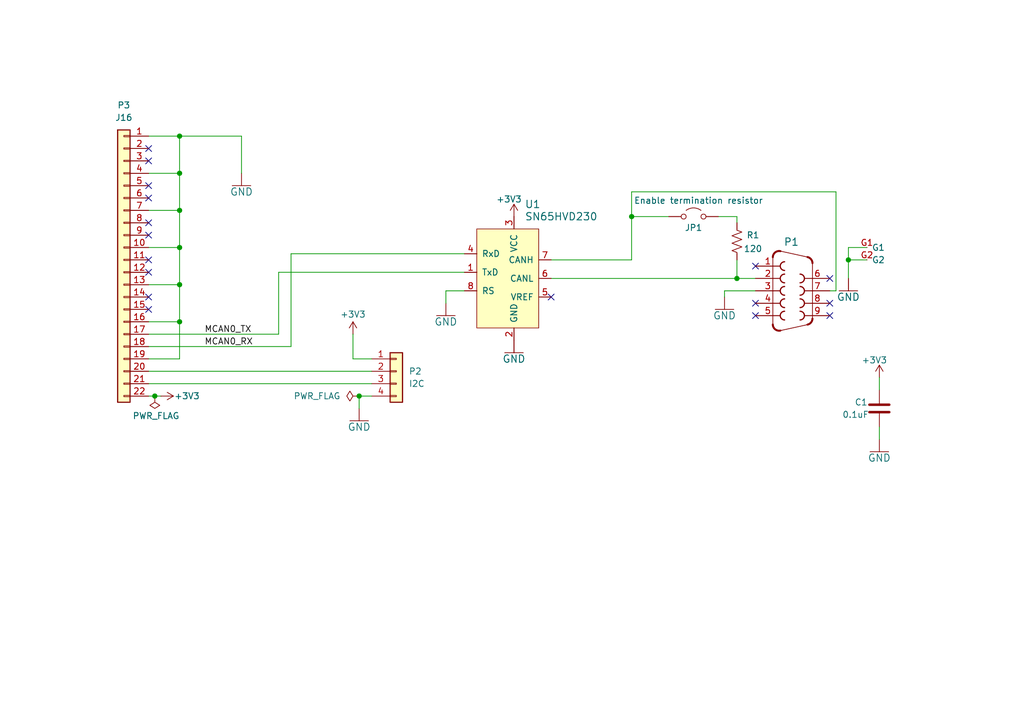
<source format=kicad_sch>
(kicad_sch (version 20231120) (generator "eeschema") (generator_version "8.0")
  (paper "A5")
  (title_block (title "CAN Driver") (date "2024-12-29"))
  (lib_symbols
    (symbol "Connector_Generic:Conn_01x04" (pin_names (offset 1.016) hide)
      (property "Reference" "J" (at 0 5.08 0))
      (property "Value" "Conn_01x04" (at 0 -7.62 0))
      (symbol "Conn_01x04_1_1"
        (rectangle (start -1.27 -4.953) (end 0 -5.207) (stroke (width 0.1524)))
        (rectangle (start -1.27 -2.413) (end 0 -2.667) (stroke (width 0.1524)))
        (rectangle (start -1.27 0.127) (end 0 -0.127) (stroke (width 0.1524)))
        (rectangle (start -1.27 2.667) (end 0 2.413) (stroke (width 0.1524)))
        (rectangle (start -1.27 3.81) (end 1.27 -6.35) (stroke (width 0.254)) (fill (type background)))
        (pin passive line (at -5.08 2.54 0) (length 3.81) (name "Pin_1") (number "1"))
        (pin passive line (at -5.08 0 0) (length 3.81) (name "Pin_2") (number "2"))
        (pin passive line (at -5.08 -2.54 0) (length 3.81) (name "Pin_3") (number "3"))
        (pin passive line (at -5.08 -5.08 0) (length 3.81) (name "Pin_4") (number "4"))
      )
    )
    (symbol "Connector_Generic:Conn_01x22" (pin_names (offset 1.016) hide)
      (property "Reference" "J" (at 0 27.94 0))
      (property "Value" "Conn_01x22" (at 0 -30.48 0))
      (symbol "Conn_01x22_1_1"
        (rectangle (start -1.27 -27.813) (end 0 -28.067) (stroke (width 0.1524)))
        (rectangle (start -1.27 -25.273) (end 0 -25.527) (stroke (width 0.1524)))
        (rectangle (start -1.27 -22.733) (end 0 -22.987) (stroke (width 0.1524)))
        (rectangle (start -1.27 -20.193) (end 0 -20.447) (stroke (width 0.1524)))
        (rectangle (start -1.27 -17.653) (end 0 -17.907) (stroke (width 0.1524)))
        (rectangle (start -1.27 -15.113) (end 0 -15.367) (stroke (width 0.1524)))
        (rectangle (start -1.27 -12.573) (end 0 -12.827) (stroke (width 0.1524)))
        (rectangle (start -1.27 -10.033) (end 0 -10.287) (stroke (width 0.1524)))
        (rectangle (start -1.27 -7.493) (end 0 -7.747) (stroke (width 0.1524)))
        (rectangle (start -1.27 -4.953) (end 0 -5.207) (stroke (width 0.1524)))
        (rectangle (start -1.27 -2.413) (end 0 -2.667) (stroke (width 0.1524)))
        (rectangle (start -1.27 0.127) (end 0 -0.127) (stroke (width 0.1524)))
        (rectangle (start -1.27 2.667) (end 0 2.413) (stroke (width 0.1524)))
        (rectangle (start -1.27 5.207) (end 0 4.953) (stroke (width 0.1524)))
        (rectangle (start -1.27 7.747) (end 0 7.493) (stroke (width 0.1524)))
        (rectangle (start -1.27 10.287) (end 0 10.033) (stroke (width 0.1524)))
        (rectangle (start -1.27 12.827) (end 0 12.573) (stroke (width 0.1524)))
        (rectangle (start -1.27 15.367) (end 0 15.113) (stroke (width 0.1524)))
        (rectangle (start -1.27 17.907) (end 0 17.653) (stroke (width 0.1524)))
        (rectangle (start -1.27 20.447) (end 0 20.193) (stroke (width 0.1524)))
        (rectangle (start -1.27 22.987) (end 0 22.733) (stroke (width 0.1524)))
        (rectangle (start -1.27 25.527) (end 0 25.273) (stroke (width 0.1524)))
        (rectangle (start -1.27 26.67) (end 1.27 -29.21) (stroke (width 0.254)) (fill (type background)))
        (pin passive line (at -5.08 25.4 0) (length 3.81) (name "Pin_1") (number "1"))
        (pin passive line (at -5.08 2.54 0) (length 3.81) (name "Pin_10") (number "10"))
        (pin passive line (at -5.08 0 0) (length 3.81) (name "Pin_11") (number "11"))
        (pin passive line (at -5.08 -2.54 0) (length 3.81) (name "Pin_12") (number "12"))
        (pin passive line (at -5.08 -5.08 0) (length 3.81) (name "Pin_13") (number "13"))
        (pin passive line (at -5.08 -7.62 0) (length 3.81) (name "Pin_14") (number "14"))
        (pin passive line (at -5.08 -10.16 0) (length 3.81) (name "Pin_15") (number "15"))
        (pin passive line (at -5.08 -12.7 0) (length 3.81) (name "Pin_16") (number "16"))
        (pin passive line (at -5.08 -15.24 0) (length 3.81) (name "Pin_17") (number "17"))
        (pin passive line (at -5.08 -17.78 0) (length 3.81) (name "Pin_18") (number "18"))
        (pin passive line (at -5.08 -20.32 0) (length 3.81) (name "Pin_19") (number "19"))
        (pin passive line (at -5.08 22.86 0) (length 3.81) (name "Pin_2") (number "2"))
        (pin passive line (at -5.08 -22.86 0) (length 3.81) (name "Pin_20") (number "20"))
        (pin passive line (at -5.08 -25.4 0) (length 3.81) (name "Pin_21") (number "21"))
        (pin passive line (at -5.08 -27.94 0) (length 3.81) (name "Pin_22") (number "22"))
        (pin passive line (at -5.08 20.32 0) (length 3.81) (name "Pin_3") (number "3"))
        (pin passive line (at -5.08 17.78 0) (length 3.81) (name "Pin_4") (number "4"))
        (pin passive line (at -5.08 15.24 0) (length 3.81) (name "Pin_5") (number "5"))
        (pin passive line (at -5.08 12.7 0) (length 3.81) (name "Pin_6") (number "6"))
        (pin passive line (at -5.08 10.16 0) (length 3.81) (name "Pin_7") (number "7"))
        (pin passive line (at -5.08 7.62 0) (length 3.81) (name "Pin_8") (number "8"))
        (pin passive line (at -5.08 5.08 0) (length 3.81) (name "Pin_9") (number "9"))
      )
    )
    (symbol "Device:C" (pin_numbers hide) (pin_names (offset 0.254))
      (property "Reference" "C" (at 0.635 2.54 0))
      (property "Value" "C" (at 0.635 -2.54 0))
      (symbol "C_0_1"
        (polyline (pts (xy -2.032 -0.762) (xy 2.032 -0.762)) (stroke (width 0.508)))
        (polyline (pts (xy -2.032 0.762) (xy 2.032 0.762)) (stroke (width 0.508)))
      )
      (symbol "C_1_1"
        (pin passive line (at 0 3.81 270) (length 2.794) (name "~") (number "1"))
        (pin passive line (at 0 -3.81 90) (length 2.794) (name "~") (number "2"))
      )
    )
    (symbol "Device:R_US" (pin_numbers hide) (pin_names (offset 0))
      (property "Reference" "R" (at 2.54 0 90))
      (property "Value" "R_US" (at -2.54 0 90))
      (symbol "R_US_0_1"
        (polyline (pts (xy 0 -2.286) (xy 0 -2.54)))
        (polyline (pts (xy 0 2.286) (xy 0 2.54)))
        (polyline (pts (xy 0 -0.762) (xy 1.016 -1.143) (xy 0 -1.524) (xy -1.016 -1.905) (xy 0 -2.286)))
        (polyline (pts (xy 0 0.762) (xy 1.016 0.381) (xy 0 0) (xy -1.016 -0.381) (xy 0 -0.762)))
        (polyline (pts (xy 0 2.286) (xy 1.016 1.905) (xy 0 1.524) (xy -1.016 1.143) (xy 0 0.762)))
      )
      (symbol "R_US_1_1"
        (pin passive line (at 0 3.81 270) (length 1.27) (name "~") (number "1"))
        (pin passive line (at 0 -3.81 90) (length 1.27) (name "~") (number "2"))
      )
    )
    (symbol "Jumper:Jumper_2_Open" (pin_numbers hide) (pin_names (offset 0) hide) (exclude_from_sim yes)
      (property "Reference" "JP" (at 0 2.794 0))
      (property "Value" "Jumper_2_Open" (at 0 -2.286 0))
      (symbol "Jumper_2_Open_0_0"
        (circle (center -2.032 0) (radius 0.508))
        (circle (center 2.032 0) (radius 0.508))
      )
      (symbol "Jumper_2_Open_0_1"
        (arc (start 1.524 1.27) (mid 0 1.778) (end -1.524 1.27))
      )
      (symbol "Jumper_2_Open_1_1"
        (pin passive line (at -5.08 0 0) (length 2.54) (name "A") (number "1"))
        (pin passive line (at 5.08 0 180) (length 2.54) (name "B") (number "2"))
      )
    )
    (symbol "catu:F09HP" (pin_names (offset 1.016))
      (property "Reference" "P" (at -1.27 8.89 0))
      (property "Value" "F09HP" (at -3.81 -10.795 0))
      (symbol "F09HP_1_0"
        (arc (start -4.064 -6.9088) (mid -3.5802 -7.8934) (end -2.5146 -8.1534) (stroke (width 0.4064)))
        (arc (start -2.5146 8.1534) (mid -3.5799 7.893) (end -4.064 6.9088) (stroke (width 0.4064)))
        (arc (start -1.651 -4.191) (mid -2.5362 -5.08) (end -1.651 -5.969) (stroke (width 0.254)))
        (arc (start -1.651 -1.651) (mid -2.5362 -2.54) (end -1.651 -3.429) (stroke (width 0.254)))
        (arc (start -1.651 0.889) (mid -2.5362 0) (end -1.651 -0.889) (stroke (width 0.254)))
        (arc (start -1.651 3.429) (mid -2.5362 2.54) (end -1.651 1.651) (stroke (width 0.254)))
        (arc (start -1.651 5.969) (mid -2.5362 5.08) (end -1.651 4.191) (stroke (width 0.254)))
        (polyline (pts (xy -4.064 -6.9088) (xy -4.064 6.9088)))
        (polyline (pts (xy -2.5146 -8.1534) (xy 3.048 -6.9342)))
        (polyline (pts (xy -2.5146 8.1534) (xy 3.048 6.9342)))
        (polyline (pts (xy 4.064 -5.6896) (xy 4.064 5.6896)))
        (arc (start 1.524 -5.969) (mid 2.4092 -5.08) (end 1.524 -4.191) (stroke (width 0.254)))
        (arc (start 1.524 -3.429) (mid 2.4092 -2.54) (end 1.524 -1.651) (stroke (width 0.254)))
        (arc (start 1.524 -0.889) (mid 2.4092 0) (end 1.524 0.889) (stroke (width 0.254)))
        (arc (start 1.524 1.651) (mid 2.4092 2.54) (end 1.524 3.429) (stroke (width 0.254)))
        (arc (start 3.048 -6.9342) (mid 3.774 -6.4888) (end 4.064 -5.6896) (stroke (width 0.4064)))
        (arc (start 4.064 5.6896) (mid 3.7704 6.4859) (end 3.048 6.9342) (stroke (width 0.4064)))
        (pin passive line (at -7.62 5.08 0) (length 5.08) (name "1") (number "1"))
        (pin passive line (at -7.62 2.54 0) (length 5.08) (name "2") (number "2"))
        (pin passive line (at -7.62 0 0) (length 5.08) (name "3") (number "3"))
        (pin passive line (at -7.62 -2.54 0) (length 5.08) (name "4") (number "4"))
        (pin passive line (at -7.62 -5.08 0) (length 5.08) (name "5") (number "5"))
        (pin passive line (at 7.62 2.54 180) (length 5.08) (name "6") (number "6"))
        (pin passive line (at 7.62 0 180) (length 5.08) (name "7") (number "7"))
        (pin passive line (at 7.62 -2.54 180) (length 5.08) (name "8") (number "8"))
        (pin passive line (at 7.62 -5.08 180) (length 5.08) (name "9") (number "9"))
      )
      (symbol "F09HP_1_1"
        (pin power_in line (at 15.24 8.89 0) (length 0) (name "G1") (number "G1"))
        (pin power_in line (at 15.24 6.35 0) (length 0) (name "G2") (number "G2"))
      )
    )
    (symbol "catu:GND" (power) (pin_names (offset 1.016))
      (property "Value" "GND" (at -2.54 -2.54 0))
      (symbol "GND_1_0"
        (polyline (pts (xy -1.905 0) (xy 1.905 0)))
        (pin power_in line (at 0 2.54 270) (length 2.54) (name "GND") (number "1"))
      )
    )
    (symbol "catu:SN65HVD230" (pin_names (offset 1.016))
      (property "Reference" "U" (at -2.54 1.27 0))
      (property "Value" "SN65HVD230" (at 4.572 -22.606 0))
      (symbol "SN65HVD230_0_1"
        (rectangle (start -5.08 0) (end 7.62 -20.32) (fill (type background)))
      )
      (symbol "SN65HVD230_1_1"
        (pin input line (at -7.62 -8.89 0) (length 2.54) (name "TxD") (number "1"))
        (pin power_in line (at 2.54 -22.86 90) (length 2.54) (name "GND") (number "2"))
        (pin power_in line (at 2.54 2.54 270) (length 2.54) (name "VCC") (number "3"))
        (pin output line (at -7.62 -5.08 0) (length 2.54) (name "RxD") (number "4"))
        (pin output line (at 10.16 -13.97 180) (length 2.54) (name "VREF") (number "5"))
        (pin bidirectional line (at 10.16 -10.16 180) (length 2.54) (name "CANL") (number "6"))
        (pin bidirectional line (at 10.16 -6.35 180) (length 2.54) (name "CANH") (number "7"))
        (pin input line (at -7.62 -12.7 0) (length 2.54) (name "RS") (number "8"))
      )
    )
    (symbol "power:+3V3" (power) (pin_numbers hide) (pin_names (offset 0) hide)
      (property "Value" "+3V3" (at 0 3.556 0))
      (symbol "+3V3_0_1"
        (polyline (pts (xy -0.762 1.27) (xy 0 2.54)))
        (polyline (pts (xy 0 0) (xy 0 2.54)))
        (polyline (pts (xy 0 2.54) (xy 0.762 1.27)))
      )
      (symbol "+3V3_1_1"
        (pin power_in line (at 0 0 90) (length 0) (name "~") (number "1"))
      )
    )
    (symbol "power:PWR_FLAG" (power) (pin_numbers hide) (pin_names (offset 0) hide)
      (property "Value" "PWR_FLAG" (at 0 3.81 0))
      (symbol "PWR_FLAG_0_0"
        (pin power_out line (at 0 0 90) (length 0) (name "~") (number "1"))
      )
      (symbol "PWR_FLAG_0_1"
        (polyline (pts (xy 0 0) (xy 0 1.27) (xy -1.016 1.905) (xy 0 2.54) (xy 1.016 1.905) (xy 0 1.27)))
      )
    )
  )
  (junction (at 31.75 81.28))
  (junction (at 36.83 50.8))
  (junction (at 173.99 53.34))
  (junction (at 36.83 27.94))
  (junction (at 36.83 58.42))
  (junction (at 151.13 57.15))
  (junction (at 73.66 81.28))
  (junction (at 36.83 66.04))
  (junction (at 36.83 43.18))
  (junction (at 36.83 35.56))
  (junction (at 129.54 44.45))
  (no_connect (at 170.18 57.15))
  (no_connect (at 30.48 48.26))
  (no_connect (at 154.94 64.77))
  (no_connect (at 30.48 38.1))
  (no_connect (at 154.94 54.61))
  (no_connect (at 30.48 45.72))
  (no_connect (at 30.48 30.48))
  (no_connect (at 154.94 62.23))
  (no_connect (at 30.48 40.64))
  (no_connect (at 30.48 63.5))
  (no_connect (at 30.48 33.02))
  (no_connect (at 170.18 64.77))
  (no_connect (at 170.18 62.23))
  (no_connect (at 30.48 53.34))
  (no_connect (at 30.48 60.96))
  (no_connect (at 30.48 55.88))
  (no_connect (at 113.03 60.96))
  (wire (pts (xy 30.48 78.74) (xy 76.2 78.74)))
  (wire (pts (xy 173.99 50.8) (xy 173.99 53.34)))
  (wire (pts (xy 36.83 27.94) (xy 36.83 35.56)))
  (wire (pts (xy 129.54 44.45) (xy 137.16 44.45)))
  (wire (pts (xy 129.54 44.45) (xy 129.54 53.34)))
  (wire (pts (xy 129.54 39.37) (xy 129.54 44.45)))
  (wire (pts (xy 30.48 58.42) (xy 36.83 58.42)))
  (wire (pts (xy 91.44 62.23) (xy 91.44 59.69)))
  (wire (pts (xy 30.48 76.2) (xy 76.2 76.2)))
  (wire (pts (xy 180.34 77.47) (xy 180.34 80.01)))
  (wire (pts (xy 30.48 71.12) (xy 59.69 71.12)))
  (wire (pts (xy 171.45 39.37) (xy 171.45 59.69)))
  (wire (pts (xy 173.99 53.34) (xy 177.8 53.34)))
  (wire (pts (xy 36.83 35.56) (xy 36.83 43.18)))
  (wire (pts (xy 113.03 57.15) (xy 151.13 57.15)))
  (wire (pts (xy 91.44 59.69) (xy 95.25 59.69)))
  (wire (pts (xy 148.59 59.69) (xy 154.94 59.69)))
  (wire (pts (xy 129.54 39.37) (xy 171.45 39.37)))
  (wire (pts (xy 36.83 50.8) (xy 36.83 58.42)))
  (wire (pts (xy 76.2 73.66) (xy 72.39 73.66)))
  (wire (pts (xy 57.15 55.88) (xy 95.25 55.88)))
  (wire (pts (xy 57.15 55.88) (xy 57.15 68.58)))
  (wire (pts (xy 30.48 50.8) (xy 36.83 50.8)))
  (wire (pts (xy 30.48 35.56) (xy 36.83 35.56)))
  (wire (pts (xy 36.83 73.66) (xy 30.48 73.66)))
  (wire (pts (xy 36.83 27.94) (xy 49.53 27.94)))
  (wire (pts (xy 73.66 83.82) (xy 73.66 81.28)))
  (wire (pts (xy 151.13 57.15) (xy 154.94 57.15)))
  (wire (pts (xy 173.99 53.34) (xy 173.99 57.15)))
  (wire (pts (xy 151.13 53.34) (xy 151.13 57.15)))
  (wire (pts (xy 36.83 58.42) (xy 36.83 66.04)))
  (wire (pts (xy 31.75 81.28) (xy 33.02 81.28)))
  (wire (pts (xy 30.48 68.58) (xy 57.15 68.58)))
  (wire (pts (xy 147.32 44.45) (xy 151.13 44.45)))
  (wire (pts (xy 59.69 52.07) (xy 59.69 71.12)))
  (wire (pts (xy 30.48 81.28) (xy 31.75 81.28)))
  (wire (pts (xy 72.39 73.66) (xy 72.39 68.58)))
  (wire (pts (xy 36.83 43.18) (xy 36.83 50.8)))
  (wire (pts (xy 36.83 66.04) (xy 36.83 73.66)))
  (wire (pts (xy 30.48 27.94) (xy 36.83 27.94)))
  (wire (pts (xy 177.8 50.8) (xy 173.99 50.8)))
  (wire (pts (xy 113.03 53.34) (xy 129.54 53.34)))
  (wire (pts (xy 180.34 87.63) (xy 180.34 90.17)))
  (wire (pts (xy 30.48 66.04) (xy 36.83 66.04)))
  (wire (pts (xy 151.13 44.45) (xy 151.13 45.72)))
  (wire (pts (xy 95.25 52.07) (xy 59.69 52.07)))
  (wire (pts (xy 148.59 59.69) (xy 148.59 60.96)))
  (wire (pts (xy 49.53 27.94) (xy 49.53 35.56)))
  (wire (pts (xy 171.45 59.69) (xy 170.18 59.69)))
  (wire (pts (xy 30.48 43.18) (xy 36.83 43.18)))
  (wire (pts (xy 73.66 81.28) (xy 76.2 81.28)))
  (label "MCAN0_TX" (at 41.91 68.58 0))
  (label "MCAN0_RX" (at 41.91 71.12 0))
  (symbol (lib_id "catu:GND") (at 180.34 92.71 0) (unit 1)
    (property "Reference" "#GND01" (effects (hide yes)))
    (property "Value" "GND" (at 180.34 93.98 0) (effects (font (size 1.4986 1.4986))))
  )
  (symbol (lib_id "catu:GND") (at 148.59 63.5 0) (unit 1)
    (property "Reference" "#GND0103" (effects (hide yes)))
    (property "Value" "GND" (at 148.59 64.77 0) (effects (font (size 1.4986 1.4986))))
  )
  (symbol (lib_id "catu:GND") (at 105.41 72.39 0) (unit 1)
    (property "Reference" "#GND05" (effects (hide yes)))
    (property "Value" "GND" (at 105.41 73.66 0) (effects (font (size 1.4986 1.4986))))
  )
  (symbol (lib_id "Device:R_US") (at 151.13 49.53 0) (unit 1)
    (property "Reference" "R1" (at 154.432 48.26 0))
    (property "Value" "120" (at 154.432 51.054 0))
    (property "Footprint" "Resistor_SMD:R_2512_6332Metric_Pad1.40x3.35mm_HandSolder" (effects (hide yes)))
    (property "Description" "Resistor, US symbol" (effects (hide yes)))
  )
  (symbol (lib_id "catu:SN65HVD230") (at 102.87 46.99 0) (unit 1)
    (property "Reference" "U1" (at 107.6041 41.91 0) (effects (font (size 1.524 1.524)) (justify left)))
    (property "Value" "SN65HVD230" (at 107.6041 44.45 0) (effects (font (size 1.524 1.524)) (justify left)))
    (property "Footprint" "Package_SO:SOIC-8_3.9x4.9mm_P1.27mm" (effects (hide yes)))
    (property "MPN" "SN65HVD230" (effects (hide yes)))
  )
  (symbol (lib_id "catu:GND") (at 173.99 59.69 0) (unit 1)
    (property "Reference" "#GND011" (effects (hide yes)))
    (property "Value" "GND" (at 173.99 60.96 0) (effects (font (size 1.4986 1.4986))))
  )
  (symbol (lib_id "Jumper:Jumper_2_Open") (at 142.24 44.45 0) (unit 1) (exclude_from_sim yes)
    (property "Reference" "JP1" (at 142.24 46.736 0))
    (property "Value" "Enable termination resistor" (at 143.256 41.148 0))
    (property "Footprint" "Connector_PinHeader_2.54mm:PinHeader_1x02_P2.54mm_Vertical" (effects (hide yes)))
    (property "Description" "Jumper, 2-pole, open" (effects (hide yes)))
  )
  (symbol (lib_id "catu:F09HP") (at 162.56 59.69 0) (unit 1)
    (property "Reference" "P1" (at 162.306 49.657 0) (effects (font (size 1.4986 1.4986))))
    (property "Value" "F09HP" (effects (hide yes)))
    (property "Footprint" "catu:F09HP" (effects (hide yes)))
  )
  (symbol (lib_id "power:+3V3") (at 180.34 77.47 0) (unit 1)
    (property "Reference" "#PWR01" (effects (hide yes)))
    (property "Value" "+3V3" (at 179.324 73.914 0))
    (property "Description" "Power symbol creates a global label with name \"+3V3\"" (effects (hide yes)))
  )
  (symbol (lib_id "power:PWR_FLAG") (at 31.75 81.28 180) (unit 1)
    (property "Reference" "#FLG01" (effects (hide yes)))
    (property "Value" "PWR_FLAG" (at 32.004 85.344 0))
    (property "Description" "Special symbol for telling ERC where power comes from" (effects (hide yes)))
  )
  (symbol (lib_id "power:+3V3") (at 33.02 81.28 270) (unit 1)
    (property "Reference" "#PWR05" (effects (hide yes)))
    (property "Value" "+3V3" (at 38.354 81.28 90))
    (property "Description" "Power symbol creates a global label with name \"+3V3\"" (effects (hide yes)))
  )
  (symbol (lib_id "Device:C") (at 180.34 83.82 0) (unit 1)
    (property "Reference" "C1" (at 175.26 82.55 0) (effects (justify left)))
    (property "Value" "0.1uF" (at 172.72 85.09 0) (effects (justify left)))
    (property "Footprint" "Capacitor_SMD:C_0805_2012Metric_Pad1.18x1.45mm_HandSolder" (effects (hide yes)))
    (property "Description" "Unpolarized capacitor" (effects (hide yes)))
  )
  (symbol (lib_id "power:PWR_FLAG") (at 73.66 81.28 90) (unit 1)
    (property "Reference" "#FLG02" (effects (hide yes)))
    (property "Value" "PWR_FLAG" (at 69.85 81.2799 90) (effects (justify left)))
    (property "Description" "Special symbol for telling ERC where power comes from" (effects (hide yes)))
  )
  (symbol (lib_id "power:+3V3") (at 105.41 44.45 0) (unit 1)
    (property "Reference" "#PWR03" (effects (hide yes)))
    (property "Value" "+3V3" (at 104.394 40.894 0))
    (property "Description" "Power symbol creates a global label with name \"+3V3\"" (effects (hide yes)))
  )
  (symbol (lib_id "Connector_Generic:Conn_01x04") (at 81.28 76.2 0) (unit 1)
    (property "Reference" "P2" (at 83.82 76.1999 0) (effects (justify left)))
    (property "Value" "I2C" (at 83.82 78.7399 0) (effects (justify left)))
    (property "Footprint" "Connector_PinHeader_2.00mm:PinHeader_1x04_P2.00mm_Vertical" (effects (hide yes)))
    (property "Description" "Generic connector, single row, 01x04, script generated (kicad-library-utils/schlib/autogen/connector/)" (effects (hide yes)))
  )
  (symbol (lib_id "Connector_Generic:Conn_01x22") (at 25.4 53.34 0) (mirror y) (unit 1)
    (property "Reference" "P3" (at 25.4 21.59 0))
    (property "Value" "J16" (at 25.4 24.13 0))
    (property "Footprint" "catu:PinHeader_2x11_P2.54mm_reverse" (effects (hide yes)))
    (property "Description" "Generic connector, single row, 01x22, script generated (kicad-library-utils/schlib/autogen/connector/)" (effects (hide yes)))
  )
  (symbol (lib_id "power:+3V3") (at 72.39 68.58 0) (unit 1)
    (property "Reference" "#PWR06" (effects (hide yes)))
    (property "Value" "+3V3" (at 72.39 64.516 0))
    (property "Description" "Power symbol creates a global label with name \"+3V3\"" (effects (hide yes)))
  )
  (symbol (lib_id "catu:GND") (at 91.44 64.77 0) (unit 1)
    (property "Reference" "#GND04" (effects (hide yes)))
    (property "Value" "GND" (at 91.44 66.04 0) (effects (font (size 1.4986 1.4986))))
  )
  (symbol (lib_id "catu:GND") (at 49.53 38.1 0) (unit 1)
    (property "Reference" "#GND06" (effects (hide yes)))
    (property "Value" "GND" (at 49.53 39.37 0) (effects (font (size 1.4986 1.4986))))
  )
  (symbol (lib_id "catu:GND") (at 73.66 86.36 0) (unit 1)
    (property "Reference" "#GND07" (effects (hide yes)))
    (property "Value" "GND" (at 73.66 87.63 0) (effects (font (size 1.4986 1.4986))))
  )
)
</source>
